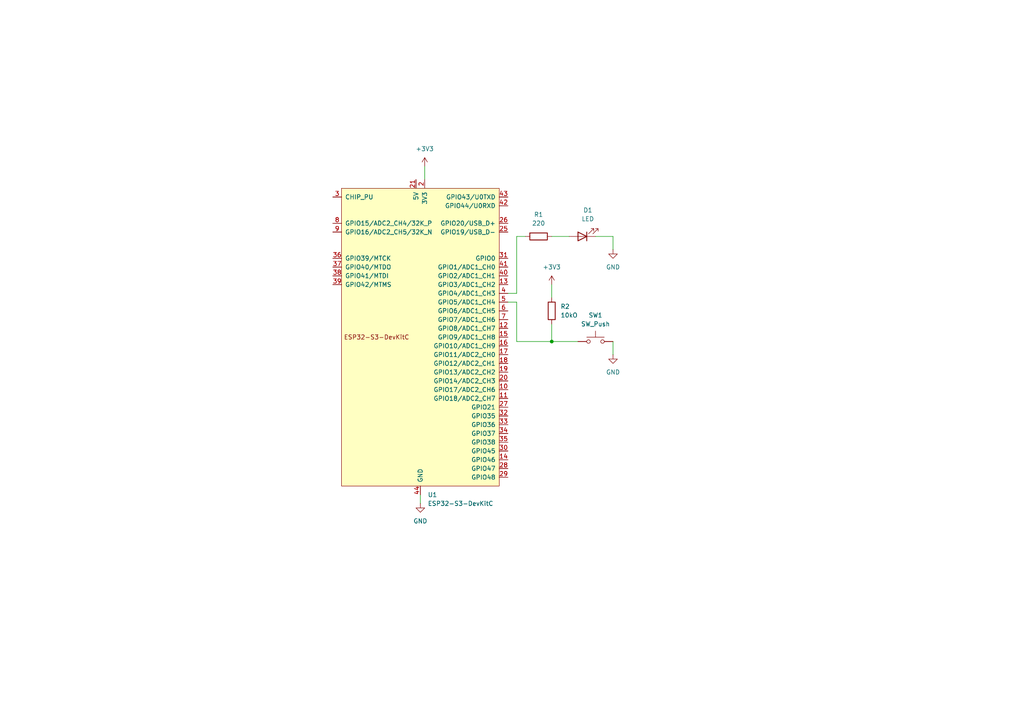
<source format=kicad_sch>
(kicad_sch (version 20250114) (generator "eeschema") (generator_version "9.0")
  (paper "A4")
  (lib_symbols
    (symbol "Device:LED" (pin_numbers (hide yes)) (pin_names (offset 1.016) (hide yes))
      (property "Reference" "D" (at 0 2.54 0))
      (property "Value" "LED" (at 0 -2.54 0))
      (symbol "LED_0_1"
        (polyline (pts (xy -3.048 -0.762) (xy -4.572 -2.286) (xy -3.81 -2.286) (xy -4.572 -2.286) (xy -4.572 -1.524)))
        (polyline (pts (xy -1.778 -0.762) (xy -3.302 -2.286) (xy -2.54 -2.286) (xy -3.302 -2.286) (xy -3.302 -1.524)))
        (polyline (pts (xy -1.27 0) (xy 1.27 0)))
        (polyline (pts (xy -1.27 -1.27) (xy -1.27 1.27)) (stroke (width 0.254)))
        (polyline (pts (xy 1.27 -1.27) (xy 1.27 1.27) (xy -1.27 0) (xy 1.27 -1.27)) (stroke (width 0.254)))
      )
      (symbol "LED_1_1"
        (pin passive line (at -3.81 0 0) (length 2.54) (name "K") (number "1"))
        (pin passive line (at 3.81 0 180) (length 2.54) (name "A") (number "2"))
      )
    )
    (symbol "Device:R" (pin_numbers (hide yes)) (pin_names (offset 0))
      (property "Reference" "R" (at 2.032 0 90))
      (property "Value" "R" (at 0 0 90))
      (symbol "R_0_1"
        (rectangle (start -1.016 -2.54) (end 1.016 2.54) (stroke (width 0.254)))
      )
      (symbol "R_1_1"
        (pin passive line (at 0 3.81 270) (length 1.27) (name "~") (number "1"))
        (pin passive line (at 0 -3.81 90) (length 1.27) (name "~") (number "2"))
      )
    )
    (symbol "PCM_Espressif:ESP32-S3-DevKitC" (pin_names (offset 1.016))
      (property "Reference" "U" (at -22.86 48.26 0))
      (property "Value" "ESP32-S3-DevKitC" (at -22.86 45.72 0))
      (symbol "ESP32-S3-DevKitC_0_0"
        (text "ESP32-S3-DevKitC" (at -12.7 0 0) (effects (font (size 1.27 1.27))))
        (pin bidirectional line (at -25.4 15.24 0) (length 2.54) (name "GPIO42/MTMS") (number "39"))
        (pin power_in line (at 0 -45.72 90) (length 2.54) (name "GND") (number "44"))
        (pin bidirectional line (at 25.4 40.64 180) (length 2.54) (name "GPIO43/U0TXD") (number "43"))
        (pin bidirectional line (at 25.4 38.1 180) (length 2.54) (name "GPIO44/U0RXD") (number "42"))
        (pin bidirectional line (at 25.4 20.32 180) (length 2.54) (name "GPIO1/ADC1_CH0") (number "41"))
        (pin bidirectional line (at 25.4 17.78 180) (length 2.54) (name "GPIO2/ADC1_CH1") (number "40"))
        (pin bidirectional line (at 25.4 -10.16 180) (length 2.54) (name "GPIO13/ADC2_CH2") (number "19"))
        (pin bidirectional line (at 25.4 -35.56 180) (length 2.54) (name "GPIO46") (number "14"))
      )
      (symbol "ESP32-S3-DevKitC_0_1"
        (rectangle (start -22.86 43.18) (end 22.86 -43.18) (fill (type background)))
        (pin power_in line (at 1.27 45.72 270) (length 2.54) (name "3V3") (number "2"))
      )
      (symbol "ESP32-S3-DevKitC_1_1"
        (pin input line (at -25.4 40.64 0) (length 2.54) (name "CHIP_PU") (number "3"))
        (pin bidirectional line (at -25.4 33.02 0) (length 2.54) (name "GPIO15/ADC2_CH4/32K_P") (number "8"))
        (pin bidirectional line (at -25.4 30.48 0) (length 2.54) (name "GPIO16/ADC2_CH5/32K_N") (number "9"))
        (pin bidirectional line (at -25.4 22.86 0) (length 2.54) (name "GPIO39/MTCK") (number "36"))
        (pin bidirectional line (at -25.4 20.32 0) (length 2.54) (name "GPIO40/MTDO") (number "37"))
        (pin bidirectional line (at -25.4 17.78 0) (length 2.54) (name "GPIO41/MTDI") (number "38"))
        (pin power_in line (at -1.27 45.72 270) (length 2.54) (name "5V") (number "21"))
        (pin passive line (at 0 -45.72 90) (length 2.54) (hide yes) (name "GND") (number "22"))
        (pin passive line (at 0 -45.72 90) (length 2.54) (hide yes) (name "GND") (number "23"))
        (pin passive line (at 0 -45.72 90) (length 2.54) (hide yes) (name "GND") (number "24"))
        (pin passive line (at 1.27 45.72 270) (length 2.54) (hide yes) (name "3V3") (number "1"))
        (pin bidirectional line (at 25.4 33.02 180) (length 2.54) (name "GPIO20/USB_D+") (number "26"))
        (pin bidirectional line (at 25.4 30.48 180) (length 2.54) (name "GPIO19/USB_D-") (number "25"))
        (pin bidirectional line (at 25.4 22.86 180) (length 2.54) (name "GPIO0") (number "31"))
        (pin bidirectional line (at 25.4 15.24 180) (length 2.54) (name "GPIO3/ADC1_CH2") (number "13"))
        (pin bidirectional line (at 25.4 12.7 180) (length 2.54) (name "GPIO4/ADC1_CH3") (number "4"))
        (pin bidirectional line (at 25.4 10.16 180) (length 2.54) (name "GPIO5/ADC1_CH4") (number "5"))
        (pin bidirectional line (at 25.4 7.62 180) (length 2.54) (name "GPIO6/ADC1_CH5") (number "6"))
        (pin bidirectional line (at 25.4 5.08 180) (length 2.54) (name "GPIO7/ADC1_CH6") (number "7"))
        (pin bidirectional line (at 25.4 2.54 180) (length 2.54) (name "GPIO8/ADC1_CH7") (number "12"))
        (pin bidirectional line (at 25.4 0 180) (length 2.54) (name "GPIO9/ADC1_CH8") (number "15"))
        (pin bidirectional line (at 25.4 -2.54 180) (length 2.54) (name "GPIO10/ADC1_CH9") (number "16"))
        (pin bidirectional line (at 25.4 -5.08 180) (length 2.54) (name "GPIO11/ADC2_CH0") (number "17"))
        (pin bidirectional line (at 25.4 -7.62 180) (length 2.54) (name "GPIO12/ADC2_CH1") (number "18"))
        (pin bidirectional line (at 25.4 -12.7 180) (length 2.54) (name "GPIO14/ADC2_CH3") (number "20"))
        (pin bidirectional line (at 25.4 -15.24 180) (length 2.54) (name "GPIO17/ADC2_CH6") (number "10"))
        (pin bidirectional line (at 25.4 -17.78 180) (length 2.54) (name "GPIO18/ADC2_CH7") (number "11"))
        (pin bidirectional line (at 25.4 -20.32 180) (length 2.54) (name "GPIO21") (number "27"))
        (pin bidirectional line (at 25.4 -22.86 180) (length 2.54) (name "GPIO35") (number "32"))
        (pin bidirectional line (at 25.4 -25.4 180) (length 2.54) (name "GPIO36") (number "33"))
        (pin bidirectional line (at 25.4 -27.94 180) (length 2.54) (name "GPIO37") (number "34"))
        (pin bidirectional line (at 25.4 -30.48 180) (length 2.54) (name "GPIO38") (number "35"))
        (pin bidirectional line (at 25.4 -33.02 180) (length 2.54) (name "GPIO45") (number "30"))
        (pin bidirectional line (at 25.4 -38.1 180) (length 2.54) (name "GPIO47") (number "28"))
        (pin bidirectional line (at 25.4 -40.64 180) (length 2.54) (name "GPIO48") (number "29"))
      )
    )
    (symbol "Switch:SW_Push" (pin_numbers (hide yes)) (pin_names (offset 1.016) (hide yes))
      (property "Reference" "SW" (at 1.27 2.54 0))
      (property "Value" "SW_Push" (at 0 -1.524 0))
      (symbol "SW_Push_0_1"
        (circle (center -2.032 0) (radius 0.508))
        (polyline (pts (xy 0 1.27) (xy 0 3.048)))
        (circle (center 2.032 0) (radius 0.508))
        (polyline (pts (xy 2.54 1.27) (xy -2.54 1.27)))
        (pin passive line (at -5.08 0 0) (length 2.54) (name "1") (number "1"))
        (pin passive line (at 5.08 0 180) (length 2.54) (name "2") (number "2"))
      )
    )
    (symbol "power:+3V3" (power) (pin_numbers (hide yes)) (pin_names (offset 0) (hide yes))
      (property "Value" "+3V3" (at 0 3.556 0))
      (symbol "+3V3_0_1"
        (polyline (pts (xy -0.762 1.27) (xy 0 2.54)))
        (polyline (pts (xy 0 2.54) (xy 0.762 1.27)))
        (polyline (pts (xy 0 0) (xy 0 2.54)))
      )
      (symbol "+3V3_1_1"
        (pin power_in line (at 0 0 90) (length 0) (name "~") (number "1"))
      )
    )
    (symbol "power:GND" (power) (pin_numbers (hide yes)) (pin_names (offset 0) (hide yes))
      (property "Value" "GND" (at 0 -3.81 0))
      (symbol "GND_0_1"
        (polyline (pts (xy 0 0) (xy 0 -1.27) (xy 1.27 -1.27) (xy 0 -2.54) (xy -1.27 -1.27) (xy 0 -1.27)))
      )
      (symbol "GND_1_1"
        (pin power_in line (at 0 0 270) (length 0) (name "~") (number "1"))
      )
    )
  )
  (junction (at 160.02 99.06))
  (wire (pts (xy 149.86 99.06) (xy 149.86 87.63)))
  (wire (pts (xy 149.86 68.58) (xy 152.4 68.58)))
  (wire (pts (xy 177.8 72.39) (xy 177.8 68.58)))
  (wire (pts (xy 149.86 99.06) (xy 160.02 99.06)))
  (wire (pts (xy 160.02 99.06) (xy 167.64 99.06)))
  (wire (pts (xy 121.92 146.05) (xy 121.92 143.51)))
  (wire (pts (xy 123.19 48.26) (xy 123.19 52.07)))
  (wire (pts (xy 149.86 85.09) (xy 149.86 68.58)))
  (wire (pts (xy 160.02 68.58) (xy 165.1 68.58)))
  (wire (pts (xy 160.02 93.98) (xy 160.02 99.06)))
  (wire (pts (xy 147.32 85.09) (xy 149.86 85.09)))
  (wire (pts (xy 160.02 82.55) (xy 160.02 86.36)))
  (wire (pts (xy 177.8 99.06) (xy 177.8 102.87)))
  (wire (pts (xy 177.8 68.58) (xy 172.72 68.58)))
  (wire (pts (xy 149.86 87.63) (xy 147.32 87.63)))
  (symbol (lib_id "Switch:SW_Push") (at 172.72 99.06 0) (unit 1)
    (property "Reference" "SW1" (at 172.72 91.44 0))
    (property "Value" "SW_Push" (at 172.72 93.98 0))
    (property "Description" "Push button switch, generic, two pins" (effects (hide yes)))
  )
  (symbol (lib_id "power:GND") (at 177.8 72.39 0) (unit 1)
    (property "Reference" "#PWR04" (effects (hide yes)))
    (property "Value" "GND" (at 177.8 77.47 0))
    (property "Description" "Power symbol creates a global label with name \"GND\" , ground" (effects (hide yes)))
  )
  (symbol (lib_id "power:+3V3") (at 160.02 82.55 0) (unit 1)
    (property "Reference" "#PWR06" (effects (hide yes)))
    (property "Value" "+3V3" (at 160.02 77.47 0))
    (property "Description" "Power symbol creates a global label with name \"+3V3\"" (effects (hide yes)))
  )
  (symbol (lib_id "power:+3V3") (at 123.19 48.26 0) (unit 1)
    (property "Reference" "#PWR02" (effects (hide yes)))
    (property "Value" "+3V3" (at 123.19 43.18 0))
    (property "Description" "Power symbol creates a global label with name \"+3V3\"" (effects (hide yes)))
  )
  (symbol (lib_id "Device:R") (at 160.02 90.17 0) (unit 1)
    (property "Reference" "R2" (at 162.56 88.8999 0) (effects (justify left)))
    (property "Value" "10kO" (at 162.56 91.4399 0) (effects (justify left)))
    (property "Description" "Resistor" (effects (hide yes)))
  )
  (symbol (lib_id "PCM_Espressif:ESP32-S3-DevKitC") (at 121.92 97.79 0) (unit 1)
    (property "Reference" "U1" (at 124.0633 143.51 0) (effects (justify left)))
    (property "Value" "ESP32-S3-DevKitC" (at 124.0633 146.05 0) (effects (justify left)))
    (property "Footprint" "PCM_Espressif:ESP32-S3-DevKitC" (effects (hide yes)))
    (property "Description" "ESP32-S3-DevKitC" (effects (hide yes)))
  )
  (symbol (lib_id "Device:R") (at 156.21 68.58 90) (unit 1)
    (property "Reference" "R1" (at 156.21 62.23 90))
    (property "Value" "220" (at 156.21 64.77 90))
    (property "Description" "Resistor" (effects (hide yes)))
  )
  (symbol (lib_id "power:GND") (at 177.8 102.87 0) (unit 1)
    (property "Reference" "#PWR03" (effects (hide yes)))
    (property "Value" "GND" (at 177.8 107.95 0))
    (property "Description" "Power symbol creates a global label with name \"GND\" , ground" (effects (hide yes)))
  )
  (symbol (lib_id "power:GND") (at 121.92 146.05 0) (unit 1)
    (property "Reference" "#PWR01" (effects (hide yes)))
    (property "Value" "GND" (at 121.92 151.13 0))
    (property "Description" "Power symbol creates a global label with name \"GND\" , ground" (effects (hide yes)))
  )
  (symbol (lib_id "Device:LED") (at 168.91 68.58 180) (unit 1)
    (property "Reference" "D1" (at 170.4975 60.96 0))
    (property "Value" "LED" (at 170.4975 63.5 0))
    (property "Description" "Light emitting diode" (effects (hide yes)))
    (property "Sim.Pins" "1=K 2=A" (effects (hide yes)))
  )
)
</source>
